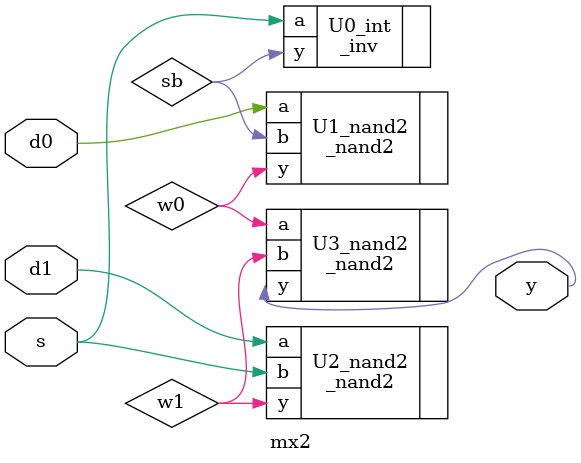
<source format=v>
module mx2(d0,d1,s,y); // 2 to 1 Multiplexer
	input d0,d1;
	input s;
	output y;
	wire sb, w0,w1;
	
	// y = s'd0 + sd1
	_inv U0_int(.a(s),.y(sb));
	_nand2 U1_nand2(.a(d0),.b(sb),.y(w0));
	_nand2 U2_nand2(.a(d1),.b(s),.y(w1));
	_nand2 U3_nand2(.a(w0),.b(w1),.y(y));
endmodule

</source>
